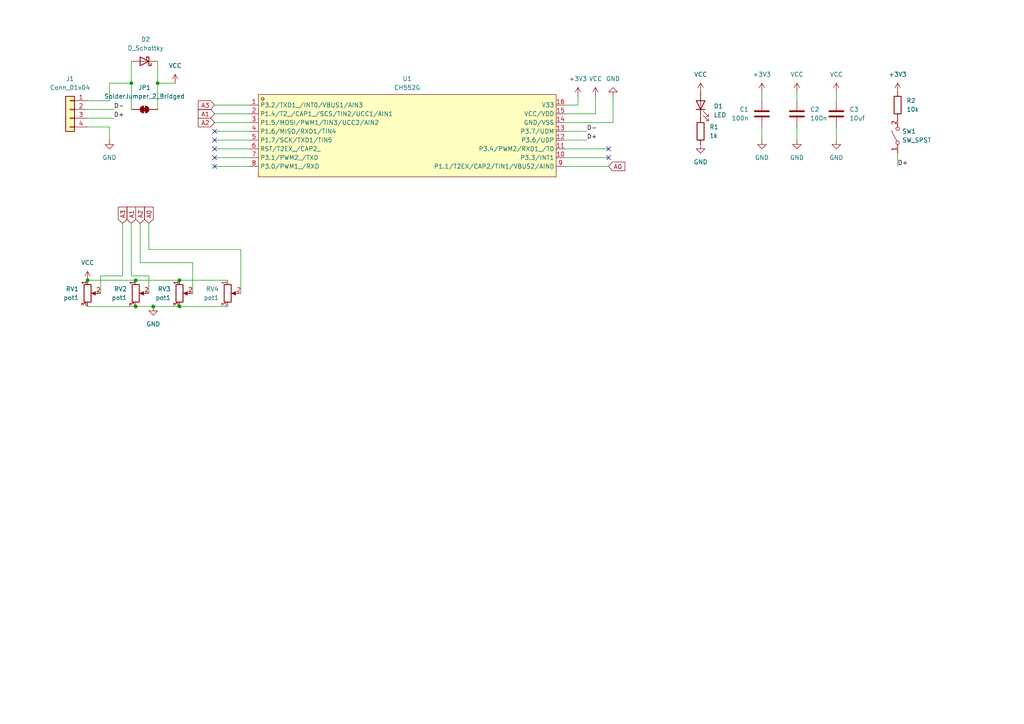
<source format=kicad_sch>
(kicad_sch (version 20250114) (generator "eeschema") (generator_version "9.0")
  (paper "A4")
  (lib_symbols
    (symbol "Connector_Generic:Conn_01x04" (pin_names (offset 1.016) (hide yes))
      (property "Reference" "J" (at 0 5.08 0))
      (property "Value" "Conn_01x04" (at 0 -7.62 0))
      (symbol "Conn_01x04_1_1"
        (rectangle (start -1.27 3.81) (end 1.27 -6.35) (stroke (width 0.254)) (fill (type background)))
        (rectangle (start -1.27 2.667) (end 0 2.413) (stroke (width 0.1524)))
        (rectangle (start -1.27 0.127) (end 0 -0.127) (stroke (width 0.1524)))
        (rectangle (start -1.27 -2.413) (end 0 -2.667) (stroke (width 0.1524)))
        (rectangle (start -1.27 -4.953) (end 0 -5.207) (stroke (width 0.1524)))
        (pin passive line (at -5.08 2.54 0) (length 3.81) (name "Pin_1") (number "1"))
        (pin passive line (at -5.08 0 0) (length 3.81) (name "Pin_2") (number "2"))
        (pin passive line (at -5.08 -2.54 0) (length 3.81) (name "Pin_3") (number "3"))
        (pin passive line (at -5.08 -5.08 0) (length 3.81) (name "Pin_4") (number "4"))
      )
    )
    (symbol "Device:C" (pin_numbers (hide yes)) (pin_names (offset 0.254))
      (property "Reference" "C" (at 0.635 2.54 0))
      (property "Value" "C" (at 0.635 -2.54 0))
      (symbol "C_0_1"
        (polyline (pts (xy -2.032 0.762) (xy 2.032 0.762)) (stroke (width 0.508)))
        (polyline (pts (xy -2.032 -0.762) (xy 2.032 -0.762)) (stroke (width 0.508)))
      )
      (symbol "C_1_1"
        (pin passive line (at 0 3.81 270) (length 2.794) (name "~") (number "1"))
        (pin passive line (at 0 -3.81 90) (length 2.794) (name "~") (number "2"))
      )
    )
    (symbol "Device:D_Schottky" (pin_numbers (hide yes)) (pin_names (offset 1.016) (hide yes))
      (property "Reference" "D" (at 0 2.54 0))
      (property "Value" "D_Schottky" (at 0 -2.54 0))
      (symbol "D_Schottky_0_1"
        (polyline (pts (xy -1.905 0.635) (xy -1.905 1.27) (xy -1.27 1.27) (xy -1.27 -1.27) (xy -0.635 -1.27) (xy -0.635 -0.635)) (stroke (width 0.254)))
        (polyline (pts (xy 1.27 1.27) (xy 1.27 -1.27) (xy -1.27 0) (xy 1.27 1.27)) (stroke (width 0.254)))
        (polyline (pts (xy 1.27 0) (xy -1.27 0)))
      )
      (symbol "D_Schottky_1_1"
        (pin passive line (at -3.81 0 0) (length 2.54) (name "K") (number "1"))
        (pin passive line (at 3.81 0 180) (length 2.54) (name "A") (number "2"))
      )
    )
    (symbol "Device:LED" (pin_numbers (hide yes)) (pin_names (offset 1.016) (hide yes))
      (property "Reference" "D" (at 0 2.54 0))
      (property "Value" "LED" (at 0 -2.54 0))
      (symbol "LED_0_1"
        (polyline (pts (xy -3.048 -0.762) (xy -4.572 -2.286) (xy -3.81 -2.286) (xy -4.572 -2.286) (xy -4.572 -1.524)))
        (polyline (pts (xy -1.778 -0.762) (xy -3.302 -2.286) (xy -2.54 -2.286) (xy -3.302 -2.286) (xy -3.302 -1.524)))
        (polyline (pts (xy -1.27 0) (xy 1.27 0)))
        (polyline (pts (xy -1.27 -1.27) (xy -1.27 1.27)) (stroke (width 0.254)))
        (polyline (pts (xy 1.27 -1.27) (xy 1.27 1.27) (xy -1.27 0) (xy 1.27 -1.27)) (stroke (width 0.254)))
      )
      (symbol "LED_1_1"
        (pin passive line (at -3.81 0 0) (length 2.54) (name "K") (number "1"))
        (pin passive line (at 3.81 0 180) (length 2.54) (name "A") (number "2"))
      )
    )
    (symbol "Device:R" (pin_numbers (hide yes)) (pin_names (offset 0))
      (property "Reference" "R" (at 2.032 0 90))
      (property "Value" "R" (at 0 0 90))
      (symbol "R_0_1"
        (rectangle (start -1.016 -2.54) (end 1.016 2.54) (stroke (width 0.254)))
      )
      (symbol "R_1_1"
        (pin passive line (at 0 3.81 270) (length 1.27) (name "~") (number "1"))
        (pin passive line (at 0 -3.81 90) (length 1.27) (name "~") (number "2"))
      )
    )
    (symbol "Device:R_Potentiometer" (pin_names (offset 1.016) (hide yes))
      (property "Reference" "RV" (at -4.445 0 90))
      (property "Value" "R_Potentiometer" (at -2.54 0 90))
      (symbol "R_Potentiometer_0_1"
        (rectangle (start 1.016 2.54) (end -1.016 -2.54) (stroke (width 0.254)))
        (polyline (pts (xy 1.143 0) (xy 2.286 0.508) (xy 2.286 -0.508) (xy 1.143 0)) (fill (type outline)))
        (polyline (pts (xy 2.54 0) (xy 1.524 0)))
      )
      (symbol "R_Potentiometer_1_1"
        (pin passive line (at 0 3.81 270) (length 1.27) (name "1") (number "1"))
        (pin passive line (at 0 -3.81 90) (length 1.27) (name "3") (number "3"))
        (pin passive line (at 3.81 0 180) (length 1.27) (name "2") (number "2"))
      )
    )
    (symbol "Jumper:SolderJumper_2_Bridged" (pin_numbers (hide yes)) (pin_names (offset 0) (hide yes)) (in_bom no)
      (property "Reference" "JP" (at 0 2.032 0))
      (property "Value" "SolderJumper_2_Bridged" (at 0 -2.54 0))
      (symbol "SolderJumper_2_Bridged_0_1"
        (rectangle (start -0.508 0.508) (end 0.508 -0.508) (fill (type outline)))
        (polyline (pts (xy -0.254 1.016) (xy -0.254 -1.016)))
        (arc (start -0.254 -1.016) (mid -1.2656 0) (end -0.254 1.016))
        (arc (start -0.254 -1.016) (mid -1.2656 0) (end -0.254 1.016) (fill (type outline)))
        (arc (start 0.254 1.016) (mid 1.2656 0) (end 0.254 -1.016))
        (arc (start 0.254 1.016) (mid 1.2656 0) (end 0.254 -1.016) (fill (type outline)))
        (polyline (pts (xy 0.254 1.016) (xy 0.254 -1.016)))
      )
      (symbol "SolderJumper_2_Bridged_1_1"
        (pin passive line (at -3.81 0 0) (length 2.54) (name "A") (number "1"))
        (pin passive line (at 3.81 0 180) (length 2.54) (name "B") (number "2"))
      )
    )
    (symbol "Switch:SW_SPST" (pin_names (offset 0) (hide yes))
      (property "Reference" "SW" (at 0 3.175 0))
      (property "Value" "SW_SPST" (at 0 -2.54 0))
      (symbol "SW_SPST_0_0"
        (circle (center -2.032 0) (radius 0.508))
        (polyline (pts (xy -1.524 0.254) (xy 1.524 1.778)))
        (circle (center 2.032 0) (radius 0.508))
      )
      (symbol "SW_SPST_1_1"
        (pin passive line (at -5.08 0 0) (length 2.54) (name "A") (number "1"))
        (pin passive line (at 5.08 0 180) (length 2.54) (name "B") (number "2"))
      )
    )
    (symbol "mylib:CH552G"
      (property "Reference" "U" (at 0 13.97 0))
      (property "Value" "CH552G" (at 0 -13.97 0))
      (symbol "CH552G_0_1"
        (rectangle (start -43.18 11.94) (end 43.18 -11.94) (fill (type background)))
        (circle (center -41.91 10.67) (radius 0.38))
        (circle (center -41.91 10.67) (radius 0.38))
        (pin unspecified line (at -45.72 8.89 0) (length 2.54) (name "P3.2/TXD1_/INT0/VBUS1/AIN3") (number "1"))
        (pin unspecified line (at -45.72 6.35 0) (length 2.54) (name "P1.4/T2_/CAP1_/SCS/TIN2/UCC1/AIN1") (number "2"))
        (pin unspecified line (at -45.72 3.81 0) (length 2.54) (name "P1.5/MOSI/PWM1/TIN3/UCC2/AIN2") (number "3"))
        (pin unspecified line (at -45.72 1.27 0) (length 2.54) (name "P1.6/MISO/RXD1/TIN4") (number "4"))
        (pin unspecified line (at -45.72 -1.27 0) (length 2.54) (name "P1.7/SCK/TXD1/TIN5") (number "5"))
        (pin unspecified line (at -45.72 -3.81 0) (length 2.54) (name "RST/T2EX_/CAP2_") (number "6"))
        (pin unspecified line (at -45.72 -6.35 0) (length 2.54) (name "P3.1/PWM2_/TXD") (number "7"))
        (pin unspecified line (at -45.72 -8.89 0) (length 2.54) (name "P3.0/PWM1_/RXD") (number "8"))
        (pin unspecified line (at 45.72 8.89 180) (length 2.54) (name "V33") (number "16"))
        (pin unspecified line (at 45.72 6.35 180) (length 2.54) (name "VCC/VDD") (number "15"))
        (pin unspecified line (at 45.72 3.81 180) (length 2.54) (name "GND/VSS") (number "14"))
        (pin unspecified line (at 45.72 1.27 180) (length 2.54) (name "P3.7/UDM") (number "13"))
        (pin unspecified line (at 45.72 -1.27 180) (length 2.54) (name "P3.6/UDP") (number "12"))
        (pin unspecified line (at 45.72 -3.81 180) (length 2.54) (name "P3.4/PWM2/RXD1_/T0") (number "11"))
        (pin unspecified line (at 45.72 -6.35 180) (length 2.54) (name "P3.3/INT1") (number "10"))
        (pin unspecified line (at 45.72 -8.89 180) (length 2.54) (name "P1.1/T2EX/CAP2/TIN1/VBUS2/AIN0") (number "9"))
      )
    )
    (symbol "power:+3V3" (power) (pin_numbers (hide yes)) (pin_names (offset 0) (hide yes))
      (property "Value" "+3V3" (at 0 3.556 0))
      (symbol "+3V3_0_1"
        (polyline (pts (xy -0.762 1.27) (xy 0 2.54)))
        (polyline (pts (xy 0 2.54) (xy 0.762 1.27)))
        (polyline (pts (xy 0 0) (xy 0 2.54)))
      )
      (symbol "+3V3_1_1"
        (pin power_in line (at 0 0 90) (length 0) (name "~") (number "1"))
      )
    )
    (symbol "power:GND" (power) (pin_numbers (hide yes)) (pin_names (offset 0) (hide yes))
      (property "Value" "GND" (at 0 -3.81 0))
      (symbol "GND_0_1"
        (polyline (pts (xy 0 0) (xy 0 -1.27) (xy 1.27 -1.27) (xy 0 -2.54) (xy -1.27 -1.27) (xy 0 -1.27)))
      )
      (symbol "GND_1_1"
        (pin power_in line (at 0 0 270) (length 0) (name "~") (number "1"))
      )
    )
    (symbol "power:VCC" (power) (pin_numbers (hide yes)) (pin_names (offset 0) (hide yes))
      (property "Value" "VCC" (at 0 3.556 0))
      (symbol "VCC_0_1"
        (polyline (pts (xy -0.762 1.27) (xy 0 2.54)))
        (polyline (pts (xy 0 2.54) (xy 0.762 1.27)))
        (polyline (pts (xy 0 0) (xy 0 2.54)))
      )
      (symbol "VCC_1_1"
        (pin power_in line (at 0 0 90) (length 0) (name "~") (number "1"))
      )
    )
  )
  (junction (at 39.37 88.9))
  (junction (at 45.72 24.13))
  (junction (at 39.37 81.28))
  (junction (at 38.1 24.13))
  (junction (at 52.07 88.9))
  (junction (at 52.07 81.28))
  (junction (at 25.4 81.28))
  (junction (at 44.45 88.9))
  (no_connect (at 62.23 43.18))
  (no_connect (at 176.53 45.72))
  (no_connect (at 176.53 43.18))
  (no_connect (at 62.23 45.72))
  (no_connect (at 62.23 40.64))
  (no_connect (at 62.23 38.1))
  (no_connect (at 62.23 48.26))
  (wire (pts (xy 62.23 38.1) (xy 72.39 38.1)))
  (wire (pts (xy 62.23 40.64) (xy 72.39 40.64)))
  (wire (pts (xy 39.37 81.28) (xy 52.07 81.28)))
  (wire (pts (xy 242.57 26.67) (xy 242.57 29.21)))
  (wire (pts (xy 163.83 30.48) (xy 167.64 30.48)))
  (wire (pts (xy 38.1 17.78) (xy 38.1 24.13)))
  (wire (pts (xy 43.18 80.01) (xy 43.18 85.09)))
  (wire (pts (xy 177.8 35.56) (xy 177.8 27.94)))
  (wire (pts (xy 35.56 64.77) (xy 35.56 80.01)))
  (wire (pts (xy 220.98 26.67) (xy 220.98 29.21)))
  (wire (pts (xy 25.4 36.83) (xy 31.75 36.83)))
  (wire (pts (xy 35.56 80.01) (xy 29.21 80.01)))
  (wire (pts (xy 44.45 88.9) (xy 52.07 88.9)))
  (wire (pts (xy 45.72 24.13) (xy 50.8 24.13)))
  (wire (pts (xy 69.85 72.39) (xy 69.85 85.09)))
  (wire (pts (xy 33.02 34.29) (xy 25.4 34.29)))
  (wire (pts (xy 31.75 24.13) (xy 31.75 29.21)))
  (wire (pts (xy 31.75 36.83) (xy 31.75 40.64)))
  (wire (pts (xy 62.23 33.02) (xy 72.39 33.02)))
  (wire (pts (xy 163.83 33.02) (xy 172.72 33.02)))
  (wire (pts (xy 25.4 81.28) (xy 39.37 81.28)))
  (wire (pts (xy 33.02 31.75) (xy 25.4 31.75)))
  (wire (pts (xy 62.23 30.48) (xy 72.39 30.48)))
  (wire (pts (xy 170.18 38.1) (xy 163.83 38.1)))
  (wire (pts (xy 231.14 26.67) (xy 231.14 29.21)))
  (wire (pts (xy 29.21 80.01) (xy 29.21 85.09)))
  (wire (pts (xy 260.35 48.26) (xy 260.35 44.45)))
  (wire (pts (xy 38.1 24.13) (xy 38.1 31.75)))
  (wire (pts (xy 40.64 76.2) (xy 55.88 76.2)))
  (wire (pts (xy 62.23 35.56) (xy 72.39 35.56)))
  (wire (pts (xy 163.83 45.72) (xy 176.53 45.72)))
  (wire (pts (xy 38.1 80.01) (xy 43.18 80.01)))
  (wire (pts (xy 163.83 48.26) (xy 176.53 48.26)))
  (wire (pts (xy 45.72 24.13) (xy 45.72 31.75)))
  (wire (pts (xy 43.18 64.77) (xy 43.18 72.39)))
  (wire (pts (xy 40.64 64.77) (xy 40.64 76.2)))
  (wire (pts (xy 39.37 88.9) (xy 44.45 88.9)))
  (wire (pts (xy 45.72 17.78) (xy 45.72 24.13)))
  (wire (pts (xy 163.83 35.56) (xy 177.8 35.56)))
  (wire (pts (xy 170.18 40.64) (xy 163.83 40.64)))
  (wire (pts (xy 52.07 88.9) (xy 66.04 88.9)))
  (wire (pts (xy 62.23 48.26) (xy 72.39 48.26)))
  (wire (pts (xy 167.64 30.48) (xy 167.64 27.94)))
  (wire (pts (xy 172.72 33.02) (xy 172.72 27.94)))
  (wire (pts (xy 25.4 88.9) (xy 39.37 88.9)))
  (wire (pts (xy 43.18 72.39) (xy 69.85 72.39)))
  (wire (pts (xy 55.88 76.2) (xy 55.88 85.09)))
  (wire (pts (xy 31.75 24.13) (xy 38.1 24.13)))
  (wire (pts (xy 231.14 36.83) (xy 231.14 40.64)))
  (wire (pts (xy 62.23 45.72) (xy 72.39 45.72)))
  (wire (pts (xy 38.1 64.77) (xy 38.1 80.01)))
  (wire (pts (xy 25.4 29.21) (xy 31.75 29.21)))
  (wire (pts (xy 163.83 43.18) (xy 176.53 43.18)))
  (wire (pts (xy 220.98 36.83) (xy 220.98 40.64)))
  (wire (pts (xy 52.07 81.28) (xy 66.04 81.28)))
  (wire (pts (xy 242.57 36.83) (xy 242.57 40.64)))
  (wire (pts (xy 62.23 43.18) (xy 72.39 43.18)))
  (label "D+" (at 33.02 34.29 0))
  (label "D+" (at 260.35 48.26 0))
  (label "D-" (at 33.02 31.75 0))
  (label "D+" (at 170.18 40.64 0))
  (label "D-" (at 170.18 38.1 0))
  (global_label "A1" (shape input) (at 62.23 33.02 180) (property "Intersheetrefs" "${INTERSHEET_REFS}" (effects (hide yes))))
  (global_label "A0" (shape input) (at 176.53 48.26 0) (property "Intersheetrefs" "${INTERSHEET_REFS}" (effects (hide yes))))
  (global_label "A3" (shape input) (at 35.56 64.77 90) (property "Intersheetrefs" "${INTERSHEET_REFS}" (effects (hide yes))))
  (global_label "A1" (shape input) (at 38.1 64.77 90) (property "Intersheetrefs" "${INTERSHEET_REFS}" (effects (hide yes))))
  (global_label "A2" (shape input) (at 62.23 35.56 180) (property "Intersheetrefs" "${INTERSHEET_REFS}" (effects (hide yes))))
  (global_label "A0" (shape input) (at 43.18 64.77 90) (property "Intersheetrefs" "${INTERSHEET_REFS}" (effects (hide yes))))
  (global_label "A3" (shape input) (at 62.23 30.48 180) (property "Intersheetrefs" "${INTERSHEET_REFS}" (effects (hide yes))))
  (global_label "A2" (shape input) (at 40.64 64.77 90) (property "Intersheetrefs" "${INTERSHEET_REFS}" (effects (hide yes))))
  (symbol (lib_id "Device:C") (at 220.98 33.02 0) (mirror y) (unit 1)
    (property "Reference" "C1" (at 217.17 31.7499 0) (effects (justify left)))
    (property "Value" "100n" (at 217.17 34.2899 0) (effects (justify left)))
    (property "Footprint" "Capacitor_SMD:C_0603_1608Metric" (effects (hide yes)))
    (property "Description" "Unpolarized capacitor" (effects (hide yes)))
  )
  (symbol (lib_id "power:VCC") (at 50.8 24.13 0) (unit 1)
    (property "Reference" "#PWR01" (effects (hide yes)))
    (property "Value" "VCC" (at 50.8 19.05 0))
    (property "Description" "Power symbol creates a global label with name \"VCC\"" (effects (hide yes)))
  )
  (symbol (lib_id "Connector_Generic:Conn_01x04") (at 20.32 31.75 0) (mirror y) (unit 1)
    (property "Reference" "J1" (at 20.32 22.86 0))
    (property "Value" "Conn_01x04" (at 20.32 25.4 0))
    (property "Footprint" "Connector_PinSocket_2.54mm:PinSocket_1x04_P2.54mm_Vertical" (effects (hide yes)))
    (property "Description" "Generic connector, single row, 01x04, script generated (kicad-library-utils/schlib/autogen/connector/)" (effects (hide yes)))
  )
  (symbol (lib_id "power:GND") (at 44.45 88.9 0) (unit 1)
    (property "Reference" "#PWR03" (effects (hide yes)))
    (property "Value" "GND" (at 44.45 93.98 0))
    (property "Description" "Power symbol creates a global label with name \"GND\" , ground" (effects (hide yes)))
  )
  (symbol (lib_id "mylib:CH552G") (at 118.11 39.37 0) (unit 1)
    (property "Reference" "U1" (at 118.11 22.86 0))
    (property "Value" "CH552G" (at 118.11 25.4 0))
    (property "Footprint" "mylib:SOP-16_L10.0-W3.9-P1.27-LS6.0-BL" (effects (hide yes)))
    (property "Datasheet" "https://lcsc.com/product-detail/USB_CH552G_C111292.html" (effects (hide yes)))
    (property "LCSC Part" "C111292" (effects (hide yes)))
  )
  (symbol (lib_id "power:GND") (at 242.57 40.64 0) (unit 1)
    (property "Reference" "#PWR015" (effects (hide yes)))
    (property "Value" "GND" (at 242.57 45.72 0))
    (property "Description" "Power symbol creates a global label with name \"GND\" , ground" (effects (hide yes)))
  )
  (symbol (lib_id "Device:C") (at 242.57 33.02 0) (unit 1)
    (property "Reference" "C3" (at 246.38 31.7499 0) (effects (justify left)))
    (property "Value" "10uf" (at 246.38 34.2899 0) (effects (justify left)))
    (property "Footprint" "Capacitor_SMD:C_0805_2012Metric" (effects (hide yes)))
    (property "Description" "Unpolarized capacitor" (effects (hide yes)))
  )
  (symbol (lib_id "Device:R_Potentiometer") (at 66.04 85.09 0) (unit 1)
    (property "Reference" "RV4" (at 63.5 83.8199 0) (effects (justify right)))
    (property "Value" "pot1" (at 63.5 86.3599 0) (effects (justify right)))
    (property "Footprint" "Potentiometer_THT:Potentiometer_Omeg_PC16BU_Vertical" (effects (hide yes)))
    (property "Description" "Potentiometer" (effects (hide yes)))
  )
  (symbol (lib_id "power:GND") (at 220.98 40.64 0) (unit 1)
    (property "Reference" "#PWR011" (effects (hide yes)))
    (property "Value" "GND" (at 220.98 45.72 0))
    (property "Description" "Power symbol creates a global label with name \"GND\" , ground" (effects (hide yes)))
  )
  (symbol (lib_id "power:GND") (at 31.75 40.64 0) (unit 1)
    (property "Reference" "#PWR02" (effects (hide yes)))
    (property "Value" "GND" (at 31.75 45.72 0))
    (property "Description" "Power symbol creates a global label with name \"GND\" , ground" (effects (hide yes)))
  )
  (symbol (lib_id "power:VCC") (at 231.14 26.67 0) (unit 1)
    (property "Reference" "#PWR012" (effects (hide yes)))
    (property "Value" "VCC" (at 231.14 21.59 0))
    (property "Description" "Power symbol creates a global label with name \"VCC\"" (effects (hide yes)))
  )
  (symbol (lib_id "power:VCC") (at 242.57 26.67 0) (unit 1)
    (property "Reference" "#PWR014" (effects (hide yes)))
    (property "Value" "VCC" (at 242.57 21.59 0))
    (property "Description" "Power symbol creates a global label with name \"VCC\"" (effects (hide yes)))
  )
  (symbol (lib_id "Device:D_Schottky") (at 41.91 17.78 180) (unit 1)
    (property "Reference" "D2" (at 42.2275 11.43 0))
    (property "Value" "D_Schottky" (at 42.2275 13.97 0))
    (property "Footprint" "Diode_SMD:D_SMA_Handsoldering" (effects (hide yes)))
    (property "Description" "Schottky diode" (effects (hide yes)))
  )
  (symbol (lib_id "Device:LED") (at 203.2 30.48 90) (unit 1)
    (property "Reference" "D1" (at 207.01 30.7974 90) (effects (justify right)))
    (property "Value" "LED" (at 207.01 33.3374 90) (effects (justify right)))
    (property "Footprint" "LED_SMD:LED_1206_3216Metric" (effects (hide yes)))
    (property "Description" "Light emitting diode" (effects (hide yes)))
    (property "Sim.Pins" "1=K 2=A" (effects (hide yes)))
  )
  (symbol (lib_id "Device:R_Potentiometer") (at 52.07 85.09 0) (unit 1)
    (property "Reference" "RV3" (at 49.53 83.8199 0) (effects (justify right)))
    (property "Value" "pot1" (at 49.53 86.3599 0) (effects (justify right)))
    (property "Footprint" "Potentiometer_THT:Potentiometer_Omeg_PC16BU_Vertical" (effects (hide yes)))
    (property "Description" "Potentiometer" (effects (hide yes)))
  )
  (symbol (lib_id "power:+3V3") (at 260.35 26.67 0) (unit 1)
    (property "Reference" "#PWR016" (effects (hide yes)))
    (property "Value" "+3V3" (at 260.35 21.59 0))
    (property "Description" "Power symbol creates a global label with name \"+3V3\"" (effects (hide yes)))
  )
  (symbol (lib_id "power:GND") (at 177.8 27.94 180) (unit 1)
    (property "Reference" "#PWR07" (effects (hide yes)))
    (property "Value" "GND" (at 177.8 22.86 0))
    (property "Description" "Power symbol creates a global label with name \"GND\" , ground" (effects (hide yes)))
  )
  (symbol (lib_id "power:VCC") (at 203.2 26.67 0) (unit 1)
    (property "Reference" "#PWR08" (effects (hide yes)))
    (property "Value" "VCC" (at 203.2 21.59 0))
    (property "Description" "Power symbol creates a global label with name \"VCC\"" (effects (hide yes)))
  )
  (symbol (lib_id "Device:R") (at 260.35 30.48 0) (unit 1)
    (property "Reference" "R2" (at 262.89 29.2099 0) (effects (justify left)))
    (property "Value" "10k" (at 262.89 31.7499 0) (effects (justify left)))
    (property "Footprint" "Resistor_SMD:R_1206_3216Metric" (effects (hide yes)))
    (property "Description" "Resistor" (effects (hide yes)))
  )
  (symbol (lib_id "Switch:SW_SPST") (at 260.35 39.37 90) (unit 1)
    (property "Reference" "SW1" (at 261.62 38.0999 90) (effects (justify right)))
    (property "Value" "SW_SPST" (at 261.62 40.6399 90) (effects (justify right)))
    (property "Footprint" "Button_Switch_SMD:SW_Tactile_SPST_NO_Straight_CK_PTS636Sx25SMTRLFS" (effects (hide yes)))
    (property "Description" "Single Pole Single Throw (SPST) switch" (effects (hide yes)))
  )
  (symbol (lib_id "power:VCC") (at 172.72 27.94 0) (unit 1)
    (property "Reference" "#PWR06" (effects (hide yes)))
    (property "Value" "VCC" (at 172.72 22.86 0))
    (property "Description" "Power symbol creates a global label with name \"VCC\"" (effects (hide yes)))
  )
  (symbol (lib_id "Jumper:SolderJumper_2_Bridged") (at 41.91 31.75 0) (unit 1) (in_bom no)
    (property "Reference" "JP1" (at 41.91 25.4 0))
    (property "Value" "SolderJumper_2_Bridged" (at 41.91 27.94 0))
    (property "Footprint" "Jumper:SolderJumper-2_P1.3mm_Bridged2Bar_RoundedPad1.0x1.5mm" (effects (hide yes)))
    (property "Description" "Solder Jumper, 2-pole, closed/bridged" (effects (hide yes)))
  )
  (symbol (lib_id "Device:R_Potentiometer") (at 39.37 85.09 0) (unit 1)
    (property "Reference" "RV2" (at 36.83 83.8199 0) (effects (justify right)))
    (property "Value" "pot1" (at 36.83 86.3599 0) (effects (justify right)))
    (property "Footprint" "Potentiometer_THT:Potentiometer_Omeg_PC16BU_Vertical" (effects (hide yes)))
    (property "Description" "Potentiometer" (effects (hide yes)))
  )
  (symbol (lib_id "power:GND") (at 203.2 41.91 0) (unit 1)
    (property "Reference" "#PWR09" (effects (hide yes)))
    (property "Value" "GND" (at 203.2 46.99 0))
    (property "Description" "Power symbol creates a global label with name \"GND\" , ground" (effects (hide yes)))
  )
  (symbol (lib_id "power:+3V3") (at 220.98 26.67 0) (unit 1)
    (property "Reference" "#PWR010" (effects (hide yes)))
    (property "Value" "+3V3" (at 220.98 21.59 0))
    (property "Description" "Power symbol creates a global label with name \"+3V3\"" (effects (hide yes)))
  )
  (symbol (lib_id "Device:R_Potentiometer") (at 25.4 85.09 0) (unit 1)
    (property "Reference" "RV1" (at 22.86 83.8199 0) (effects (justify right)))
    (property "Value" "pot1" (at 22.86 86.3599 0) (effects (justify right)))
    (property "Footprint" "Potentiometer_THT:Potentiometer_Omeg_PC16BU_Vertical" (effects (hide yes)))
    (property "Description" "Potentiometer" (effects (hide yes)))
  )
  (symbol (lib_id "Device:C") (at 231.14 33.02 0) (unit 1)
    (property "Reference" "C2" (at 234.95 31.7499 0) (effects (justify left)))
    (property "Value" "100n" (at 234.95 34.2899 0) (effects (justify left)))
    (property "Footprint" "Capacitor_SMD:C_0603_1608Metric" (effects (hide yes)))
    (property "Description" "Unpolarized capacitor" (effects (hide yes)))
  )
  (symbol (lib_id "Device:R") (at 203.2 38.1 0) (unit 1)
    (property "Reference" "R1" (at 205.74 36.8299 0) (effects (justify left)))
    (property "Value" "1k" (at 205.74 39.3699 0) (effects (justify left)))
    (property "Footprint" "Resistor_SMD:R_1206_3216Metric" (effects (hide yes)))
    (property "Description" "Resistor" (effects (hide yes)))
  )
  (symbol (lib_id "power:VCC") (at 25.4 81.28 0) (unit 1)
    (property "Reference" "#PWR019" (effects (hide yes)))
    (property "Value" "VCC" (at 25.4 76.2 0))
    (property "Description" "Power symbol creates a global label with name \"VCC\"" (effects (hide yes)))
  )
  (symbol (lib_id "power:GND") (at 231.14 40.64 0) (unit 1)
    (property "Reference" "#PWR013" (effects (hide yes)))
    (property "Value" "GND" (at 231.14 45.72 0))
    (property "Description" "Power symbol creates a global label with name \"GND\" , ground" (effects (hide yes)))
  )
  (symbol (lib_id "power:+3V3") (at 167.64 27.94 0) (unit 1)
    (property "Reference" "#PWR05" (effects (hide yes)))
    (property "Value" "+3V3" (at 167.64 22.86 0))
    (property "Description" "Power symbol creates a global label with name \"+3V3\"" (effects (hide yes)))
  )
)
</source>
